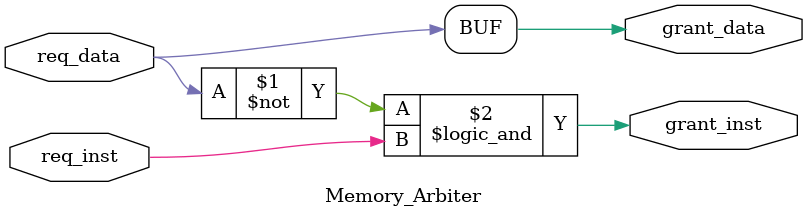
<source format=v>
`timescale 1ns / 1ps


module Memory_Arbiter(
        req_data,
        req_inst,
        grant_data,
        grant_inst
    );
    
    input req_data, req_inst;
    output grant_data, grant_inst;
    
    assign grant_data = req_data;
    assign grant_inst = ~req_data && req_inst;
         
endmodule

</source>
